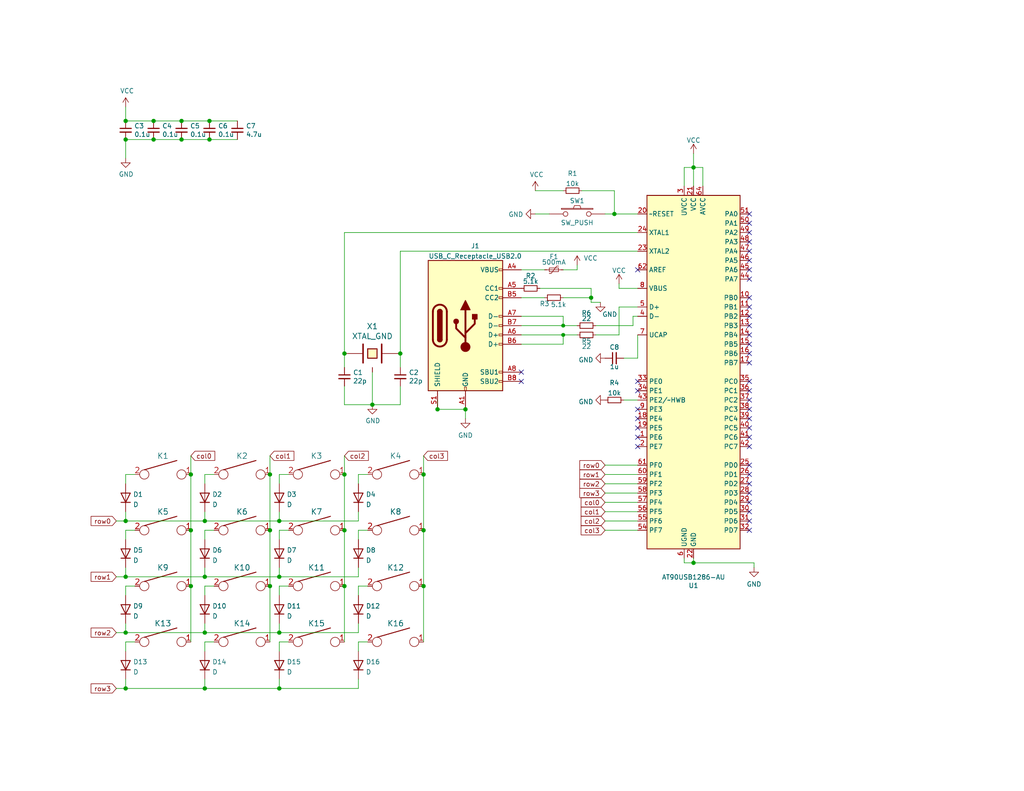
<source format=kicad_sch>
(kicad_sch (version 20210621) (generator eeschema)
  (paper "USLetter")
  (title_block (title "Mini-Keyboard MK II") (date "2021-09-01") (rev "B1"))
  (lib_symbols
    (symbol "Connector:USB_C_Receptacle_USB2.0" (pin_names (offset 1.016))
      (property "Reference" "J" (at -10.16 19.05 0))
      (property "Value" "USB_C_Receptacle_USB2.0" (at 19.05 19.05 0))
      (symbol "USB_C_Receptacle_USB2.0_0_0"
        (rectangle (start -0.254 -17.78) (end 0.254 -16.764))
        (rectangle (start 10.16 -14.986) (end 9.144 -15.494))
        (rectangle (start 10.16 -12.446) (end 9.144 -12.954))
        (rectangle (start 10.16 -4.826) (end 9.144 -5.334))
        (rectangle (start 10.16 -2.286) (end 9.144 -2.794))
        (rectangle (start 10.16 0.254) (end 9.144 -0.254))
        (rectangle (start 10.16 2.794) (end 9.144 2.286))
        (rectangle (start 10.16 7.874) (end 9.144 7.366))
        (rectangle (start 10.16 10.414) (end 9.144 9.906))
        (rectangle (start 10.16 15.494) (end 9.144 14.986))
      )
      (symbol "USB_C_Receptacle_USB2.0_0_1"
        (arc (start -8.89 -3.81) (end -5.08 -3.81) (radius (at -6.985 -3.81) (length 1.905) (angles -179.9 -0.1)) (stroke (width 0.508)))
        (arc (start -7.62 -3.81) (end -6.35 -3.81) (radius (at -6.985 -3.81) (length 0.635) (angles -179.9 -0.1)) (stroke (width 0.254)))
        (arc (start -6.35 3.81) (end -7.62 3.81) (radius (at -6.985 3.81) (length 0.635) (angles 0.1 179.9)) (stroke (width 0.254)))
        (arc (start -5.08 3.81) (end -8.89 3.81) (radius (at -6.985 3.81) (length 1.905) (angles 0.1 179.9)) (stroke (width 0.508)))
        (arc (start -7.62 -3.81) (end -6.35 -3.81) (radius (at -6.985 -3.81) (length 0.635) (angles -179.9 -0.1)) (stroke (width 0.254)) (fill (type outline)))
        (arc (start -6.35 3.81) (end -7.62 3.81) (radius (at -6.985 3.81) (length 0.635) (angles 0.1 179.9)) (stroke (width 0.254)) (fill (type outline)))
        (circle (center -2.54 1.143) (radius 0.635) (stroke (width 0.254)) (fill (type outline)))
        (circle (center 0 -5.842) (radius 1.27) (fill (type outline)))
        (rectangle (start -7.62 -3.81) (end -6.35 3.81) (stroke (width 0.254)) (fill (type outline)))
        (rectangle (start 1.905 1.778) (end 3.175 3.048) (stroke (width 0.254)) (fill (type outline)))
        (rectangle (start -10.16 17.78) (end 10.16 -17.78) (stroke (width 0.254)) (fill (type background)))
        (polyline (pts (xy -8.89 -3.81) (xy -8.89 3.81)) (stroke (width 0.508)))
        (polyline (pts (xy -5.08 3.81) (xy -5.08 -3.81)) (stroke (width 0.508)))
        (polyline (pts (xy 0 -5.842) (xy 0 4.318)) (stroke (width 0.508)))
        (polyline (pts (xy 0 -3.302) (xy -2.54 -0.762) (xy -2.54 0.508)) (stroke (width 0.508)))
        (polyline (pts (xy 0 -2.032) (xy 2.54 0.508) (xy 2.54 1.778)) (stroke (width 0.508)))
        (polyline (pts (xy -1.27 4.318) (xy 0 6.858) (xy 1.27 4.318) (xy -1.27 4.318)) (stroke (width 0.254)) (fill (type outline)))
      )
      (symbol "USB_C_Receptacle_USB2.0_1_1"
        (pin passive line (at 0 -22.86 90) (length 5.08) (name "GND") (number "A1"))
        (pin passive line (at 0 -22.86 90) (length 5.08) hide (name "GND") (number "A12"))
        (pin passive line (at 15.24 15.24 180) (length 5.08) (name "VBUS") (number "A4"))
        (pin bidirectional line (at 15.24 10.16 180) (length 5.08) (name "CC1") (number "A5"))
        (pin bidirectional line (at 15.24 -2.54 180) (length 5.08) (name "D+") (number "A6"))
        (pin bidirectional line (at 15.24 2.54 180) (length 5.08) (name "D-") (number "A7"))
        (pin bidirectional line (at 15.24 -12.7 180) (length 5.08) (name "SBU1") (number "A8"))
        (pin passive line (at 15.24 15.24 180) (length 5.08) hide (name "VBUS") (number "A9"))
        (pin passive line (at 0 -22.86 90) (length 5.08) hide (name "GND") (number "B1"))
        (pin passive line (at 0 -22.86 90) (length 5.08) hide (name "GND") (number "B12"))
        (pin passive line (at 15.24 15.24 180) (length 5.08) hide (name "VBUS") (number "B4"))
        (pin bidirectional line (at 15.24 7.62 180) (length 5.08) (name "CC2") (number "B5"))
        (pin bidirectional line (at 15.24 -5.08 180) (length 5.08) (name "D+") (number "B6"))
        (pin bidirectional line (at 15.24 0 180) (length 5.08) (name "D-") (number "B7"))
        (pin bidirectional line (at 15.24 -15.24 180) (length 5.08) (name "SBU2") (number "B8"))
        (pin passive line (at 15.24 15.24 180) (length 5.08) hide (name "VBUS") (number "B9"))
        (pin passive line (at -7.62 -22.86 90) (length 5.08) (name "SHIELD") (number "S1"))
      )
    )
    (symbol "Device:C_Small" (pin_numbers hide) (pin_names (offset 0.254) hide)
      (property "Reference" "C" (at 0.254 1.778 0))
      (property "Value" "C_Small" (at 0.254 -2.032 0))
      (symbol "C_Small_0_1"
        (polyline (pts (xy -1.524 -0.508) (xy 1.524 -0.508)) (stroke (width 0.3302)))
        (polyline (pts (xy -1.524 0.508) (xy 1.524 0.508)) (stroke (width 0.3048)))
      )
      (symbol "C_Small_1_1"
        (pin passive line (at 0 2.54 270) (length 2.032) (name "~") (number "1"))
        (pin passive line (at 0 -2.54 90) (length 2.032) (name "~") (number "2"))
      )
    )
    (symbol "Device:D" (pin_numbers hide) (pin_names (offset 1.016) hide)
      (property "Reference" "D" (at 0 2.54 0))
      (property "Value" "D" (at 0 -2.54 0))
      (symbol "D_0_1"
        (polyline (pts (xy -1.27 1.27) (xy -1.27 -1.27)) (stroke (width 0.254)))
        (polyline (pts (xy 1.27 0) (xy -1.27 0)))
        (polyline (pts (xy 1.27 1.27) (xy 1.27 -1.27) (xy -1.27 0) (xy 1.27 1.27)) (stroke (width 0.254)))
      )
      (symbol "D_1_1"
        (pin passive line (at -3.81 0 0) (length 2.54) (name "K") (number "1"))
        (pin passive line (at 3.81 0 180) (length 2.54) (name "A") (number "2"))
      )
    )
    (symbol "Device:Polyfuse_Small" (pin_numbers hide) (pin_names (offset 0))
      (property "Reference" "F" (at -1.905 0 90))
      (property "Value" "Polyfuse_Small" (at 1.905 0 90))
      (symbol "Polyfuse_Small_0_1"
        (rectangle (start -0.508 1.27) (end 0.508 -1.27))
        (polyline (pts (xy 0 2.54) (xy 0 -2.54)))
        (polyline (pts (xy -1.016 1.27) (xy -1.016 0.762) (xy 1.016 -0.762) (xy 1.016 -1.27)))
      )
      (symbol "Polyfuse_Small_1_1"
        (pin passive line (at 0 2.54 270) (length 0.635) (name "~") (number "1"))
        (pin passive line (at 0 -2.54 90) (length 0.635) (name "~") (number "2"))
      )
    )
    (symbol "Device:R_Small" (pin_numbers hide) (pin_names (offset 0.254) hide)
      (property "Reference" "R" (at 0.762 0.508 0))
      (property "Value" "R_Small" (at 0.762 -1.016 0))
      (symbol "R_Small_0_1"
        (rectangle (start -0.762 1.778) (end 0.762 -1.778) (stroke (width 0.2032)))
      )
      (symbol "R_Small_1_1"
        (pin passive line (at 0 2.54 270) (length 0.762) (name "~") (number "1"))
        (pin passive line (at 0 -2.54 90) (length 0.762) (name "~") (number "2"))
      )
    )
    (symbol "MCU_Microchip_AVR:AT90USB1286-AU"
      (property "Reference" "U" (at -12.7 49.53 0))
      (property "Value" "AT90USB1286-AU" (at 2.54 -49.53 0))
      (symbol "AT90USB1286-AU_0_1"
        (rectangle (start -12.7 -48.26) (end 12.7 48.26) (stroke (width 0.254)) (fill (type background)))
      )
      (symbol "AT90USB1286-AU_1_1"
        (pin bidirectional line (at -15.24 -17.78 0) (length 2.54) (name "PE6") (number "1"))
        (pin bidirectional line (at 15.24 20.32 180) (length 2.54) (name "PB0") (number "10"))
        (pin bidirectional line (at 15.24 17.78 180) (length 2.54) (name "PB1") (number "11"))
        (pin bidirectional line (at 15.24 15.24 180) (length 2.54) (name "PB2") (number "12"))
        (pin bidirectional line (at 15.24 12.7 180) (length 2.54) (name "PB3") (number "13"))
        (pin bidirectional line (at 15.24 10.16 180) (length 2.54) (name "PB4") (number "14"))
        (pin bidirectional line (at 15.24 7.62 180) (length 2.54) (name "PB5") (number "15"))
        (pin bidirectional line (at 15.24 5.08 180) (length 2.54) (name "PB6") (number "16"))
        (pin bidirectional line (at 15.24 2.54 180) (length 2.54) (name "PB7") (number "17"))
        (pin bidirectional line (at -15.24 -12.7 0) (length 2.54) (name "PE4") (number "18"))
        (pin bidirectional line (at -15.24 -15.24 0) (length 2.54) (name "PE5") (number "19"))
        (pin bidirectional line (at -15.24 -20.32 0) (length 2.54) (name "PE7") (number "2"))
        (pin input line (at -15.24 43.18 0) (length 2.54) (name "~RESET") (number "20"))
        (pin power_in line (at 0 50.8 270) (length 2.54) (name "VCC") (number "21"))
        (pin power_in line (at 0 -50.8 90) (length 2.54) (name "GND") (number "22"))
        (pin output line (at -15.24 33.02 0) (length 2.54) (name "XTAL2") (number "23"))
        (pin input line (at -15.24 38.1 0) (length 2.54) (name "XTAL1") (number "24"))
        (pin bidirectional line (at 15.24 -25.4 180) (length 2.54) (name "PD0") (number "25"))
        (pin bidirectional line (at 15.24 -27.94 180) (length 2.54) (name "PD1") (number "26"))
        (pin bidirectional line (at 15.24 -30.48 180) (length 2.54) (name "PD2") (number "27"))
        (pin bidirectional line (at 15.24 -33.02 180) (length 2.54) (name "PD3") (number "28"))
        (pin bidirectional line (at 15.24 -35.56 180) (length 2.54) (name "PD4") (number "29"))
        (pin power_in line (at -2.54 50.8 270) (length 2.54) (name "UVCC") (number "3"))
        (pin bidirectional line (at 15.24 -38.1 180) (length 2.54) (name "PD5") (number "30"))
        (pin bidirectional line (at 15.24 -40.64 180) (length 2.54) (name "PD6") (number "31"))
        (pin bidirectional line (at 15.24 -43.18 180) (length 2.54) (name "PD7") (number "32"))
        (pin bidirectional line (at -15.24 -2.54 0) (length 2.54) (name "PE0") (number "33"))
        (pin bidirectional line (at -15.24 -5.08 0) (length 2.54) (name "PE1") (number "34"))
        (pin bidirectional line (at 15.24 -2.54 180) (length 2.54) (name "PC0") (number "35"))
        (pin bidirectional line (at 15.24 -5.08 180) (length 2.54) (name "PC1") (number "36"))
        (pin bidirectional line (at 15.24 -7.62 180) (length 2.54) (name "PC2") (number "37"))
        (pin bidirectional line (at 15.24 -10.16 180) (length 2.54) (name "PC3") (number "38"))
        (pin bidirectional line (at 15.24 -12.7 180) (length 2.54) (name "PC4") (number "39"))
        (pin bidirectional line (at -15.24 15.24 0) (length 2.54) (name "D-") (number "4"))
        (pin bidirectional line (at 15.24 -15.24 180) (length 2.54) (name "PC5") (number "40"))
        (pin bidirectional line (at 15.24 -17.78 180) (length 2.54) (name "PC6") (number "41"))
        (pin bidirectional line (at 15.24 -20.32 180) (length 2.54) (name "PC7") (number "42"))
        (pin bidirectional line (at -15.24 -7.62 0) (length 2.54) (name "PE2/~HWB") (number "43"))
        (pin bidirectional line (at 15.24 25.4 180) (length 2.54) (name "PA7") (number "44"))
        (pin bidirectional line (at 15.24 27.94 180) (length 2.54) (name "PA6") (number "45"))
        (pin bidirectional line (at 15.24 30.48 180) (length 2.54) (name "PA5") (number "46"))
        (pin bidirectional line (at 15.24 33.02 180) (length 2.54) (name "PA4") (number "47"))
        (pin bidirectional line (at 15.24 35.56 180) (length 2.54) (name "PA3") (number "48"))
        (pin bidirectional line (at 15.24 38.1 180) (length 2.54) (name "PA2") (number "49"))
        (pin bidirectional line (at -15.24 17.78 0) (length 2.54) (name "D+") (number "5"))
        (pin bidirectional line (at 15.24 40.64 180) (length 2.54) (name "PA1") (number "50"))
        (pin bidirectional line (at 15.24 43.18 180) (length 2.54) (name "PA0") (number "51"))
        (pin passive line (at 0 50.8 270) (length 2.54) hide (name "VCC") (number "52"))
        (pin passive line (at 0 -50.8 90) (length 2.54) hide (name "GND") (number "53"))
        (pin bidirectional line (at -15.24 -43.18 0) (length 2.54) (name "PF7") (number "54"))
        (pin bidirectional line (at -15.24 -40.64 0) (length 2.54) (name "PF6") (number "55"))
        (pin bidirectional line (at -15.24 -38.1 0) (length 2.54) (name "PF5") (number "56"))
        (pin bidirectional line (at -15.24 -35.56 0) (length 2.54) (name "PF4") (number "57"))
        (pin bidirectional line (at -15.24 -33.02 0) (length 2.54) (name "PF3") (number "58"))
        (pin bidirectional line (at -15.24 -30.48 0) (length 2.54) (name "PF2") (number "59"))
        (pin power_in line (at -2.54 -50.8 90) (length 2.54) (name "UGND") (number "6"))
        (pin bidirectional line (at -15.24 -27.94 0) (length 2.54) (name "PF1") (number "60"))
        (pin bidirectional line (at -15.24 -25.4 0) (length 2.54) (name "PF0") (number "61"))
        (pin passive line (at -15.24 27.94 0) (length 2.54) (name "AREF") (number "62"))
        (pin passive line (at 0 -50.8 90) (length 2.54) hide (name "GND") (number "63"))
        (pin power_in line (at 2.54 50.8 270) (length 2.54) (name "AVCC") (number "64"))
        (pin passive line (at -15.24 10.16 0) (length 2.54) (name "UCAP") (number "7"))
        (pin input line (at -15.24 22.86 0) (length 2.54) (name "VBUS") (number "8"))
        (pin bidirectional line (at -15.24 -10.16 0) (length 2.54) (name "PE3") (number "9"))
      )
    )
    (symbol "keyboard_parts:KEYSW" (pin_names (offset 1.016))
      (property "Reference" "K?" (at -1.27 0 0))
      (symbol "KEYSW_0_1"
        (circle (center -5.08 0) (radius 1.27))
        (circle (center 5.08 0) (radius 1.27))
        (polyline (pts (xy -5.08 1.27) (xy 3.81 3.81)) (stroke (width 0.254)))
      )
      (symbol "KEYSW_1_1"
        (pin passive line (at 7.62 0 180) (length 1.27) (name "~") (number "1"))
        (pin passive line (at -7.62 0 0) (length 1.27) (name "~") (number "2"))
      )
    )
    (symbol "keyboard_parts:SW_PUSH" (pin_numbers hide) (pin_names (offset 1.016) hide)
      (property "Reference" "SW" (at 3.81 2.794 0))
      (property "Value" "SW_PUSH" (at 0 -2.032 0))
      (symbol "SW_PUSH_0_1"
        (rectangle (start -4.318 1.27) (end 4.318 1.524))
        (polyline (pts (xy -1.016 1.524) (xy -0.762 2.286) (xy 0.762 2.286) (xy 1.016 1.524)))
        (pin passive inverted (at -7.62 0 0) (length 5.08) (name "1") (number "1"))
        (pin passive inverted (at 7.62 0 180) (length 5.08) (name "2") (number "2"))
      )
    )
    (symbol "keyboard_parts:XTAL_GND" (pin_numbers hide) (pin_names (offset 1.016) hide)
      (property "Reference" "X" (at 0 3.81 0))
      (property "Value" "XTAL_GND" (at 0 -3.81 0))
      (symbol "XTAL_GND_0_1"
        (polyline (pts (xy -2.54 2.54) (xy -2.54 -2.54)) (stroke (width 0.4064)))
        (polyline (pts (xy 2.54 2.54) (xy 2.54 -2.54)) (stroke (width 0.4064)))
        (polyline (pts (xy -1.27 1.27) (xy 1.27 1.27) (xy 1.27 -1.27) (xy -1.27 -1.27) (xy -1.27 1.27)) (stroke (width 0.3048)) (fill (type background)))
      )
      (symbol "XTAL_GND_1_1"
        (pin passive line (at -7.62 0 0) (length 5.08) (name "1") (number "1"))
        (pin passive line (at 7.62 0 180) (length 5.08) (name "2") (number "2"))
        (pin passive line (at 0 -5.08 90) (length 1.27) (name "~") (number "3"))
      )
    )
    (symbol "power:GND" (power) (pin_names (offset 0))
      (property "Value" "GND" (at 0 -3.81 0))
      (symbol "GND_0_1"
        (polyline (pts (xy 0 0) (xy 0 -1.27) (xy 1.27 -1.27) (xy 0 -2.54) (xy -1.27 -1.27) (xy 0 -1.27)))
      )
      (symbol "GND_1_1"
        (pin power_in line (at 0 0 270) (length 0) hide (name "GND") (number "1"))
      )
    )
    (symbol "power:VCC" (power) (pin_names (offset 0))
      (property "Value" "VCC" (at 0 3.81 0))
      (symbol "VCC_0_1"
        (polyline (pts (xy -0.762 1.27) (xy 0 2.54)))
        (polyline (pts (xy 0 0) (xy 0 2.54)))
        (polyline (pts (xy 0 2.54) (xy 0.762 1.27)))
      )
      (symbol "VCC_1_1"
        (pin power_in line (at 0 0 90) (length 0) hide (name "VCC") (number "1"))
      )
    )
  )
  (junction (at 34.29 33.02) (diameter 1.016))
  (junction (at 34.29 38.1) (diameter 1.016))
  (junction (at 34.29 142.24) (diameter 1.016))
  (junction (at 34.29 157.48) (diameter 1.016))
  (junction (at 34.29 172.72) (diameter 1.016))
  (junction (at 34.29 187.96) (diameter 1.016))
  (junction (at 41.91 33.02) (diameter 1.016))
  (junction (at 41.91 38.1) (diameter 1.016))
  (junction (at 49.53 33.02) (diameter 1.016))
  (junction (at 49.53 38.1) (diameter 1.016))
  (junction (at 52.07 129.54) (diameter 1.016))
  (junction (at 52.07 144.78) (diameter 1.016))
  (junction (at 52.07 160.02) (diameter 1.016))
  (junction (at 55.88 142.24) (diameter 1.016))
  (junction (at 55.88 157.48) (diameter 1.016))
  (junction (at 55.88 172.72) (diameter 1.016))
  (junction (at 55.88 187.96) (diameter 1.016))
  (junction (at 57.15 33.02) (diameter 1.016))
  (junction (at 57.15 38.1) (diameter 1.016))
  (junction (at 73.66 129.54) (diameter 1.016))
  (junction (at 73.66 144.78) (diameter 1.016))
  (junction (at 73.66 160.02) (diameter 1.016))
  (junction (at 76.2 142.24) (diameter 1.016))
  (junction (at 76.2 157.48) (diameter 1.016))
  (junction (at 76.2 172.72) (diameter 1.016))
  (junction (at 76.2 187.96) (diameter 1.016))
  (junction (at 93.98 96.52) (diameter 1.016))
  (junction (at 93.98 129.54) (diameter 1.016))
  (junction (at 93.98 144.78) (diameter 1.016))
  (junction (at 93.98 160.02) (diameter 1.016))
  (junction (at 101.6 110.49) (diameter 1.016))
  (junction (at 109.22 96.52) (diameter 1.016))
  (junction (at 115.57 129.54) (diameter 1.016))
  (junction (at 115.57 144.78) (diameter 1.016))
  (junction (at 115.57 160.02) (diameter 1.016))
  (junction (at 119.38 111.76) (diameter 1.016))
  (junction (at 127 111.76) (diameter 1.016))
  (junction (at 153.67 88.9))
  (junction (at 153.67 91.44))
  (junction (at 161.29 81.28) (diameter 1.016))
  (junction (at 167.64 58.42) (diameter 1.016))
  (junction (at 189.23 45.72) (diameter 1.016))
  (junction (at 189.23 153.67) (diameter 1.016))
  (no_connect (at 142.24 101.6))
  (no_connect (at 142.24 104.14))
  (no_connect (at 173.99 73.66))
  (no_connect (at 173.99 104.14))
  (no_connect (at 173.99 106.68))
  (no_connect (at 173.99 111.76))
  (no_connect (at 173.99 114.3))
  (no_connect (at 173.99 116.84))
  (no_connect (at 173.99 119.38))
  (no_connect (at 173.99 121.92))
  (no_connect (at 204.47 58.42))
  (no_connect (at 204.47 60.96))
  (no_connect (at 204.47 63.5))
  (no_connect (at 204.47 66.04))
  (no_connect (at 204.47 68.58))
  (no_connect (at 204.47 71.12))
  (no_connect (at 204.47 73.66))
  (no_connect (at 204.47 76.2))
  (no_connect (at 204.47 81.28))
  (no_connect (at 204.47 83.82))
  (no_connect (at 204.47 86.36))
  (no_connect (at 204.47 88.9))
  (no_connect (at 204.47 91.44))
  (no_connect (at 204.47 93.98))
  (no_connect (at 204.47 96.52))
  (no_connect (at 204.47 99.06))
  (no_connect (at 204.47 104.14))
  (no_connect (at 204.47 106.68))
  (no_connect (at 204.47 109.22))
  (no_connect (at 204.47 111.76))
  (no_connect (at 204.47 114.3))
  (no_connect (at 204.47 116.84))
  (no_connect (at 204.47 119.38))
  (no_connect (at 204.47 121.92))
  (no_connect (at 204.47 127))
  (no_connect (at 204.47 129.54))
  (no_connect (at 204.47 132.08))
  (no_connect (at 204.47 134.62))
  (no_connect (at 204.47 137.16))
  (no_connect (at 204.47 139.7))
  (no_connect (at 204.47 142.24))
  (no_connect (at 204.47 144.78))
  (wire (pts (xy 31.75 142.24) (xy 34.29 142.24)))
  (wire (pts (xy 31.75 157.48) (xy 34.29 157.48)))
  (wire (pts (xy 31.75 172.72) (xy 34.29 172.72)))
  (wire (pts (xy 31.75 187.96) (xy 34.29 187.96)))
  (wire (pts (xy 34.29 29.21) (xy 34.29 33.02)))
  (wire (pts (xy 34.29 33.02) (xy 41.91 33.02)))
  (wire (pts (xy 34.29 38.1) (xy 34.29 43.18)))
  (wire (pts (xy 34.29 129.54) (xy 34.29 132.08)))
  (wire (pts (xy 34.29 129.54) (xy 36.83 129.54)))
  (wire (pts (xy 34.29 139.7) (xy 34.29 142.24)))
  (wire (pts (xy 34.29 142.24) (xy 55.88 142.24)))
  (wire (pts (xy 34.29 144.78) (xy 34.29 147.32)))
  (wire (pts (xy 34.29 144.78) (xy 36.83 144.78)))
  (wire (pts (xy 34.29 154.94) (xy 34.29 157.48)))
  (wire (pts (xy 34.29 157.48) (xy 55.88 157.48)))
  (wire (pts (xy 34.29 160.02) (xy 34.29 162.56)))
  (wire (pts (xy 34.29 160.02) (xy 36.83 160.02)))
  (wire (pts (xy 34.29 170.18) (xy 34.29 172.72)))
  (wire (pts (xy 34.29 172.72) (xy 55.88 172.72)))
  (wire (pts (xy 34.29 175.26) (xy 34.29 177.8)))
  (wire (pts (xy 34.29 175.26) (xy 36.83 175.26)))
  (wire (pts (xy 34.29 185.42) (xy 34.29 187.96)))
  (wire (pts (xy 34.29 187.96) (xy 55.88 187.96)))
  (wire (pts (xy 41.91 33.02) (xy 49.53 33.02)))
  (wire (pts (xy 41.91 38.1) (xy 34.29 38.1)))
  (wire (pts (xy 49.53 33.02) (xy 57.15 33.02)))
  (wire (pts (xy 49.53 38.1) (xy 41.91 38.1)))
  (wire (pts (xy 52.07 124.46) (xy 52.07 129.54)))
  (wire (pts (xy 52.07 129.54) (xy 52.07 144.78)))
  (wire (pts (xy 52.07 144.78) (xy 52.07 160.02)))
  (wire (pts (xy 52.07 160.02) (xy 52.07 175.26)))
  (wire (pts (xy 55.88 129.54) (xy 55.88 132.08)))
  (wire (pts (xy 55.88 139.7) (xy 55.88 142.24)))
  (wire (pts (xy 55.88 142.24) (xy 76.2 142.24)))
  (wire (pts (xy 55.88 144.78) (xy 55.88 147.32)))
  (wire (pts (xy 55.88 154.94) (xy 55.88 157.48)))
  (wire (pts (xy 55.88 157.48) (xy 76.2 157.48)))
  (wire (pts (xy 55.88 160.02) (xy 55.88 162.56)))
  (wire (pts (xy 55.88 170.18) (xy 55.88 172.72)))
  (wire (pts (xy 55.88 172.72) (xy 76.2 172.72)))
  (wire (pts (xy 55.88 175.26) (xy 55.88 177.8)))
  (wire (pts (xy 55.88 185.42) (xy 55.88 187.96)))
  (wire (pts (xy 55.88 187.96) (xy 76.2 187.96)))
  (wire (pts (xy 57.15 38.1) (xy 49.53 38.1)))
  (wire (pts (xy 58.42 129.54) (xy 55.88 129.54)))
  (wire (pts (xy 58.42 144.78) (xy 55.88 144.78)))
  (wire (pts (xy 58.42 160.02) (xy 55.88 160.02)))
  (wire (pts (xy 58.42 175.26) (xy 55.88 175.26)))
  (wire (pts (xy 64.77 33.02) (xy 57.15 33.02)))
  (wire (pts (xy 64.77 38.1) (xy 57.15 38.1)))
  (wire (pts (xy 73.66 124.46) (xy 73.66 129.54)))
  (wire (pts (xy 73.66 129.54) (xy 73.66 144.78)))
  (wire (pts (xy 73.66 144.78) (xy 73.66 160.02)))
  (wire (pts (xy 73.66 160.02) (xy 73.66 175.26)))
  (wire (pts (xy 76.2 129.54) (xy 76.2 132.08)))
  (wire (pts (xy 76.2 129.54) (xy 78.74 129.54)))
  (wire (pts (xy 76.2 139.7) (xy 76.2 142.24)))
  (wire (pts (xy 76.2 142.24) (xy 97.79 142.24)))
  (wire (pts (xy 76.2 144.78) (xy 76.2 147.32)))
  (wire (pts (xy 76.2 144.78) (xy 78.74 144.78)))
  (wire (pts (xy 76.2 154.94) (xy 76.2 157.48)))
  (wire (pts (xy 76.2 157.48) (xy 97.79 157.48)))
  (wire (pts (xy 76.2 160.02) (xy 76.2 162.56)))
  (wire (pts (xy 76.2 160.02) (xy 78.74 160.02)))
  (wire (pts (xy 76.2 170.18) (xy 76.2 172.72)))
  (wire (pts (xy 76.2 172.72) (xy 97.79 172.72)))
  (wire (pts (xy 76.2 175.26) (xy 76.2 177.8)))
  (wire (pts (xy 76.2 175.26) (xy 78.74 175.26)))
  (wire (pts (xy 76.2 185.42) (xy 76.2 187.96)))
  (wire (pts (xy 76.2 187.96) (xy 97.79 187.96)))
  (wire (pts (xy 93.98 63.5) (xy 93.98 96.52)))
  (wire (pts (xy 93.98 100.33) (xy 93.98 96.52)))
  (wire (pts (xy 93.98 105.41) (xy 93.98 110.49)))
  (wire (pts (xy 93.98 110.49) (xy 101.6 110.49)))
  (wire (pts (xy 93.98 124.46) (xy 93.98 129.54)))
  (wire (pts (xy 93.98 129.54) (xy 93.98 144.78)))
  (wire (pts (xy 93.98 144.78) (xy 93.98 160.02)))
  (wire (pts (xy 93.98 160.02) (xy 93.98 175.26)))
  (wire (pts (xy 97.79 129.54) (xy 97.79 132.08)))
  (wire (pts (xy 97.79 139.7) (xy 97.79 142.24)))
  (wire (pts (xy 97.79 144.78) (xy 97.79 147.32)))
  (wire (pts (xy 97.79 154.94) (xy 97.79 157.48)))
  (wire (pts (xy 97.79 160.02) (xy 97.79 162.56)))
  (wire (pts (xy 97.79 170.18) (xy 97.79 172.72)))
  (wire (pts (xy 97.79 175.26) (xy 97.79 177.8)))
  (wire (pts (xy 97.79 185.42) (xy 97.79 187.96)))
  (wire (pts (xy 100.33 129.54) (xy 97.79 129.54)))
  (wire (pts (xy 100.33 144.78) (xy 97.79 144.78)))
  (wire (pts (xy 100.33 160.02) (xy 97.79 160.02)))
  (wire (pts (xy 100.33 175.26) (xy 97.79 175.26)))
  (wire (pts (xy 101.6 110.49) (xy 101.6 101.6)))
  (wire (pts (xy 109.22 68.58) (xy 109.22 96.52)))
  (wire (pts (xy 109.22 68.58) (xy 173.99 68.58)))
  (wire (pts (xy 109.22 96.52) (xy 109.22 100.33)))
  (wire (pts (xy 109.22 105.41) (xy 109.22 110.49)))
  (wire (pts (xy 109.22 110.49) (xy 101.6 110.49)))
  (wire (pts (xy 115.57 124.46) (xy 115.57 129.54)))
  (wire (pts (xy 115.57 129.54) (xy 115.57 144.78)))
  (wire (pts (xy 115.57 144.78) (xy 115.57 160.02)))
  (wire (pts (xy 115.57 160.02) (xy 115.57 175.26)))
  (wire (pts (xy 119.38 109.22) (xy 119.38 111.76)))
  (wire (pts (xy 119.38 111.76) (xy 127 111.76)))
  (wire (pts (xy 127 111.76) (xy 127 114.3)))
  (wire (pts (xy 142.24 81.28) (xy 148.59 81.28)))
  (wire (pts (xy 142.24 86.36) (xy 153.67 86.36)))
  (wire (pts (xy 142.24 88.9) (xy 153.67 88.9)))
  (wire (pts (xy 142.24 91.44) (xy 153.67 91.44)))
  (wire (pts (xy 142.24 93.98) (xy 153.67 93.98)))
  (wire (pts (xy 146.05 52.07) (xy 153.67 52.07)))
  (wire (pts (xy 146.05 58.42) (xy 149.86 58.42)))
  (wire (pts (xy 147.32 78.74) (xy 161.29 78.74)))
  (wire (pts (xy 148.59 73.66) (xy 142.24 73.66)))
  (wire (pts (xy 153.67 73.66) (xy 157.48 73.66)))
  (wire (pts (xy 153.67 81.28) (xy 161.29 81.28)))
  (wire (pts (xy 153.67 86.36) (xy 153.67 88.9)))
  (wire (pts (xy 153.67 91.44) (xy 153.67 93.98)))
  (wire (pts (xy 153.67 91.44) (xy 157.48 91.44)))
  (wire (pts (xy 157.48 73.66) (xy 157.48 72.39)))
  (wire (pts (xy 157.48 88.9) (xy 153.67 88.9)))
  (wire (pts (xy 158.75 52.07) (xy 167.64 52.07)))
  (wire (pts (xy 161.29 78.74) (xy 161.29 81.28)))
  (wire (pts (xy 161.29 81.28) (xy 161.29 82.55)))
  (wire (pts (xy 161.29 82.55) (xy 163.83 82.55)))
  (wire (pts (xy 162.56 88.9) (xy 172.72 88.9)))
  (wire (pts (xy 165.1 127) (xy 173.99 127)))
  (wire (pts (xy 165.1 129.54) (xy 173.99 129.54)))
  (wire (pts (xy 165.1 132.08) (xy 173.99 132.08)))
  (wire (pts (xy 165.1 134.62) (xy 173.99 134.62)))
  (wire (pts (xy 165.1 137.16) (xy 173.99 137.16)))
  (wire (pts (xy 165.1 139.7) (xy 173.99 139.7)))
  (wire (pts (xy 165.1 142.24) (xy 173.99 142.24)))
  (wire (pts (xy 165.1 144.78) (xy 173.99 144.78)))
  (wire (pts (xy 167.64 52.07) (xy 167.64 58.42)))
  (wire (pts (xy 167.64 58.42) (xy 165.1 58.42)))
  (wire (pts (xy 167.64 58.42) (xy 173.99 58.42)))
  (wire (pts (xy 168.91 78.74) (xy 168.91 77.47)))
  (wire (pts (xy 168.91 83.82) (xy 168.91 91.44)))
  (wire (pts (xy 168.91 83.82) (xy 173.99 83.82)))
  (wire (pts (xy 168.91 91.44) (xy 162.56 91.44)))
  (wire (pts (xy 170.18 109.22) (xy 173.99 109.22)))
  (wire (pts (xy 172.72 86.36) (xy 173.99 86.36)))
  (wire (pts (xy 172.72 88.9) (xy 172.72 86.36)))
  (wire (pts (xy 173.99 63.5) (xy 93.98 63.5)))
  (wire (pts (xy 173.99 78.74) (xy 168.91 78.74)))
  (wire (pts (xy 173.99 91.44) (xy 173.99 97.79)))
  (wire (pts (xy 173.99 97.79) (xy 170.18 97.79)))
  (wire (pts (xy 186.69 45.72) (xy 189.23 45.72)))
  (wire (pts (xy 186.69 50.8) (xy 186.69 45.72)))
  (wire (pts (xy 186.69 152.4) (xy 186.69 153.67)))
  (wire (pts (xy 186.69 153.67) (xy 189.23 153.67)))
  (wire (pts (xy 189.23 41.91) (xy 189.23 45.72)))
  (wire (pts (xy 189.23 45.72) (xy 189.23 50.8)))
  (wire (pts (xy 189.23 152.4) (xy 189.23 153.67)))
  (wire (pts (xy 189.23 153.67) (xy 205.74 153.67)))
  (wire (pts (xy 191.77 45.72) (xy 189.23 45.72)))
  (wire (pts (xy 191.77 50.8) (xy 191.77 45.72)))
  (wire (pts (xy 205.74 153.67) (xy 205.74 154.94)))
  (global_label "row0" (shape input) (at 31.75 142.24 180) (property "Intersheet References" "${INTERSHEET_REFS}" (effects hide)))
  (global_label "row1" (shape input) (at 31.75 157.48 180) (property "Intersheet References" "${INTERSHEET_REFS}" (effects hide)))
  (global_label "row2" (shape input) (at 31.75 172.72 180) (property "Intersheet References" "${INTERSHEET_REFS}" (effects hide)))
  (global_label "row3" (shape input) (at 31.75 187.96 180) (property "Intersheet References" "${INTERSHEET_REFS}" (effects hide)))
  (global_label "col0" (shape input) (at 52.07 124.46 0) (property "Intersheet References" "${INTERSHEET_REFS}" (effects hide)))
  (global_label "col1" (shape input) (at 73.66 124.46 0) (property "Intersheet References" "${INTERSHEET_REFS}" (effects hide)))
  (global_label "col2" (shape input) (at 93.98 124.46 0) (property "Intersheet References" "${INTERSHEET_REFS}" (effects hide)))
  (global_label "col3" (shape input) (at 115.57 124.46 0) (property "Intersheet References" "${INTERSHEET_REFS}" (effects hide)))
  (global_label "row0" (shape input) (at 165.1 127 180) (property "Intersheet References" "${INTERSHEET_REFS}" (effects hide)))
  (global_label "row1" (shape input) (at 165.1 129.54 180) (property "Intersheet References" "${INTERSHEET_REFS}" (effects hide)))
  (global_label "row2" (shape input) (at 165.1 132.08 180) (property "Intersheet References" "${INTERSHEET_REFS}" (effects hide)))
  (global_label "row3" (shape input) (at 165.1 134.62 180) (property "Intersheet References" "${INTERSHEET_REFS}" (effects hide)))
  (global_label "col0" (shape input) (at 165.1 137.16 180) (property "Intersheet References" "${INTERSHEET_REFS}" (effects hide)))
  (global_label "col1" (shape input) (at 165.1 139.7 180) (property "Intersheet References" "${INTERSHEET_REFS}" (effects hide)))
  (global_label "col2" (shape input) (at 165.1 142.24 180) (property "Intersheet References" "${INTERSHEET_REFS}" (effects hide)))
  (global_label "col3" (shape input) (at 165.1 144.78 180) (property "Intersheet References" "${INTERSHEET_REFS}" (effects hide)))
  (symbol (lib_id "power:VCC") (at 34.29 29.21 0) (unit 1)
    (property "Reference" "#PWR0113" (effects hide))
    (property "Value" "VCC" (at 34.671 24.8158 0))
  )
  (symbol (lib_id "power:VCC") (at 146.05 52.07 0) (unit 1)
    (property "Reference" "#PWR0108" (effects hide))
    (property "Value" "VCC" (at 146.431 47.6758 0))
  )
  (symbol (lib_id "power:VCC") (at 157.48 72.39 0) (unit 1)
    (property "Reference" "#PWR0102" (effects hide))
    (property "Value" "VCC" (at 159.229 70.4849 0) (effects (justify left)))
  )
  (symbol (lib_id "power:VCC") (at 168.91 77.47 0) (unit 1)
    (property "Reference" "#PWR0103" (effects hide))
    (property "Value" "VCC" (at 168.91 73.8654 0))
  )
  (symbol (lib_id "power:VCC") (at 189.23 41.91 0) (unit 1)
    (property "Reference" "#PWR0107" (effects hide))
    (property "Value" "VCC" (at 189.23 38.3054 0))
  )
  (symbol (lib_id "power:GND") (at 34.29 43.18 0) (unit 1)
    (property "Reference" "#PWR0112" (effects hide))
    (property "Value" "GND" (at 34.417 47.5742 0))
  )
  (symbol (lib_id "power:GND") (at 101.6 110.49 0) (unit 1)
    (property "Reference" "#PWR0110" (effects hide))
    (property "Value" "GND" (at 101.727 114.8842 0))
  )
  (symbol (lib_id "power:GND") (at 127 114.3 0) (unit 1)
    (property "Reference" "#PWR0104" (effects hide))
    (property "Value" "GND" (at 127 118.8626 0))
  )
  (symbol (lib_id "power:GND") (at 146.05 58.42 270) (unit 1)
    (property "Reference" "#PWR0111" (effects hide))
    (property "Value" "GND" (at 142.7988 58.547 90) (effects (justify right)))
  )
  (symbol (lib_id "power:GND") (at 163.83 82.55 0) (unit 1)
    (property "Reference" "#PWR0101" (effects hide))
    (property "Value" "GND" (at 166.37 85.8426 0))
  )
  (symbol (lib_id "power:GND") (at 165.1 97.79 270) (unit 1)
    (property "Reference" "#PWR0105" (effects hide))
    (property "Value" "GND" (at 161.925 98.269 90) (effects (justify right)))
  )
  (symbol (lib_id "power:GND") (at 165.1 109.22 270) (unit 1)
    (property "Reference" "#PWR0106" (effects hide))
    (property "Value" "GND" (at 161.925 109.699 90) (effects (justify right)))
  )
  (symbol (lib_id "power:GND") (at 205.74 154.94 0) (unit 1)
    (property "Reference" "#PWR0109" (effects hide))
    (property "Value" "GND" (at 205.74 159.5026 0))
  )
  (symbol (lib_id "Device:R_Small") (at 144.78 78.74 90) (unit 1)
    (property "Reference" "R2" (at 144.78 75.3068 90))
    (property "Value" "5.1k" (at 144.78 76.8119 90))
    (property "Footprint" "Resistor_SMD:R_0805_2012Metric" (effects hide))
  )
  (symbol (lib_id "Device:R_Small") (at 151.13 81.28 90) (unit 1)
    (property "Reference" "R3" (at 148.59 82.9268 90))
    (property "Value" "5.1k" (at 152.4 83.1619 90))
    (property "Footprint" "Resistor_SMD:R_0805_2012Metric" (effects hide))
  )
  (symbol (lib_id "Device:R_Small") (at 156.21 52.07 90) (unit 1)
    (property "Reference" "R1" (at 156.21 47.3668 90))
    (property "Value" "10k" (at 156.21 50.1419 90))
    (property "Footprint" "Resistor_SMD:R_0805_2012Metric" (effects hide))
  )
  (symbol (lib_id "Device:R_Small") (at 160.02 88.9 90) (unit 1)
    (property "Reference" "R6" (at 160.02 85.4668 90))
    (property "Value" "22" (at 160.02 86.9719 90))
    (property "Footprint" "Resistor_SMD:R_0805_2012Metric" (effects hide))
  )
  (symbol (lib_id "Device:R_Small") (at 160.02 91.44 90) (unit 1)
    (property "Reference" "R5" (at 160.02 93.0868 90))
    (property "Value" "22" (at 160.02 94.5919 90))
    (property "Footprint" "Resistor_SMD:R_0805_2012Metric" (effects hide))
  )
  (symbol (lib_id "Device:R_Small") (at 167.64 109.22 90) (unit 1)
    (property "Reference" "R4" (at 167.64 104.5168 90))
    (property "Value" "10k" (at 167.64 107.2919 90))
    (property "Footprint" "Resistor_SMD:R_0805_2012Metric" (effects hide))
  )
  (symbol (lib_id "Device:Polyfuse_Small") (at 151.13 73.66 90) (unit 1)
    (property "Reference" "F1" (at 151.13 70.0744 90))
    (property "Value" "500mA" (at 151.13 71.5795 90))
    (property "Footprint" "keyboard_parts:FUSM4632X75" (effects hide))
  )
  (symbol (lib_id "Device:C_Small") (at 34.29 35.56 0) (unit 1)
    (property "Reference" "C3" (at 36.6268 34.3916 0) (effects (justify left)))
    (property "Value" "0.1u" (at 36.6268 36.703 0) (effects (justify left)))
    (property "Footprint" "Capacitor_SMD:C_0805_2012Metric" (effects hide))
  )
  (symbol (lib_id "Device:C_Small") (at 41.91 35.56 0) (unit 1)
    (property "Reference" "C4" (at 44.2468 34.3916 0) (effects (justify left)))
    (property "Value" "0.1u" (at 44.2468 36.703 0) (effects (justify left)))
    (property "Footprint" "Capacitor_SMD:C_0805_2012Metric" (effects hide))
  )
  (symbol (lib_id "Device:C_Small") (at 49.53 35.56 0) (unit 1)
    (property "Reference" "C5" (at 51.8668 34.3916 0) (effects (justify left)))
    (property "Value" "0.1u" (at 51.8668 36.703 0) (effects (justify left)))
    (property "Footprint" "Capacitor_SMD:C_0805_2012Metric" (effects hide))
  )
  (symbol (lib_id "Device:C_Small") (at 57.15 35.56 0) (unit 1)
    (property "Reference" "C6" (at 59.4868 34.3916 0) (effects (justify left)))
    (property "Value" "0.1u" (at 59.4868 36.703 0) (effects (justify left)))
    (property "Footprint" "Capacitor_SMD:C_0805_2012Metric" (effects hide))
  )
  (symbol (lib_id "Device:C_Small") (at 64.77 35.56 0) (unit 1)
    (property "Reference" "C7" (at 67.1068 34.3916 0) (effects (justify left)))
    (property "Value" "4.7u" (at 67.1068 36.703 0) (effects (justify left)))
    (property "Footprint" "Capacitor_SMD:C_0805_2012Metric" (effects hide))
  )
  (symbol (lib_id "Device:C_Small") (at 93.98 102.87 0) (unit 1)
    (property "Reference" "C1" (at 96.3168 101.7016 0) (effects (justify left)))
    (property "Value" "22p" (at 96.3168 104.013 0) (effects (justify left)))
    (property "Footprint" "Capacitor_SMD:C_0805_2012Metric" (effects hide))
  )
  (symbol (lib_id "Device:C_Small") (at 109.22 102.87 0) (unit 1)
    (property "Reference" "C2" (at 111.5568 101.7016 0) (effects (justify left)))
    (property "Value" "22p" (at 111.5568 104.013 0) (effects (justify left)))
    (property "Footprint" "Capacitor_SMD:C_0805_2012Metric" (effects hide))
  )
  (symbol (lib_id "Device:C_Small") (at 167.64 97.79 90) (unit 1)
    (property "Reference" "C8" (at 167.64 94.8013 90))
    (property "Value" "1u" (at 167.64 100.1164 90))
    (property "Footprint" "Capacitor_SMD:C_0805_2012Metric" (effects hide))
  )
  (symbol (lib_id "Device:D") (at 34.29 135.89 90) (unit 1)
    (property "Reference" "D1" (at 36.3221 134.9815 90) (effects (justify right)))
    (property "Value" "D" (at 36.3221 137.7566 90) (effects (justify right)))
    (property "Footprint" "keyboard_parts:D_SOD123_axial" (effects hide))
  )
  (symbol (lib_id "Device:D") (at 34.29 151.13 90) (unit 1)
    (property "Reference" "D5" (at 36.3221 150.2215 90) (effects (justify right)))
    (property "Value" "D" (at 36.3221 152.9966 90) (effects (justify right)))
    (property "Footprint" "keyboard_parts:D_SOD123_axial" (effects hide))
  )
  (symbol (lib_id "Device:D") (at 34.29 166.37 90) (unit 1)
    (property "Reference" "D9" (at 36.3221 165.4615 90) (effects (justify right)))
    (property "Value" "D" (at 36.3221 168.2366 90) (effects (justify right)))
    (property "Footprint" "keyboard_parts:D_SOD123_axial" (effects hide))
  )
  (symbol (lib_id "Device:D") (at 34.29 181.61 90) (unit 1)
    (property "Reference" "D13" (at 36.3221 180.7015 90) (effects (justify right)))
    (property "Value" "D" (at 36.3221 183.4766 90) (effects (justify right)))
    (property "Footprint" "keyboard_parts:D_SOD123_axial" (effects hide))
  )
  (symbol (lib_id "Device:D") (at 55.88 135.89 90) (unit 1)
    (property "Reference" "D2" (at 57.9121 134.9815 90) (effects (justify right)))
    (property "Value" "D" (at 57.9121 137.7566 90) (effects (justify right)))
    (property "Footprint" "keyboard_parts:D_SOD123_axial" (effects hide))
  )
  (symbol (lib_id "Device:D") (at 55.88 151.13 90) (unit 1)
    (property "Reference" "D6" (at 57.9121 150.2215 90) (effects (justify right)))
    (property "Value" "D" (at 57.9121 152.9966 90) (effects (justify right)))
    (property "Footprint" "keyboard_parts:D_SOD123_axial" (effects hide))
  )
  (symbol (lib_id "Device:D") (at 55.88 166.37 90) (unit 1)
    (property "Reference" "D10" (at 57.9121 165.4615 90) (effects (justify right)))
    (property "Value" "D" (at 57.9121 168.2366 90) (effects (justify right)))
    (property "Footprint" "keyboard_parts:D_SOD123_axial" (effects hide))
  )
  (symbol (lib_id "Device:D") (at 55.88 181.61 90) (unit 1)
    (property "Reference" "D14" (at 57.9121 180.7015 90) (effects (justify right)))
    (property "Value" "D" (at 57.9121 183.4766 90) (effects (justify right)))
    (property "Footprint" "keyboard_parts:D_SOD123_axial" (effects hide))
  )
  (symbol (lib_id "Device:D") (at 76.2 135.89 90) (unit 1)
    (property "Reference" "D3" (at 78.2321 134.9815 90) (effects (justify right)))
    (property "Value" "D" (at 78.2321 137.7566 90) (effects (justify right)))
    (property "Footprint" "keyboard_parts:D_SOD123_axial" (effects hide))
  )
  (symbol (lib_id "Device:D") (at 76.2 151.13 90) (unit 1)
    (property "Reference" "D7" (at 78.2321 150.2215 90) (effects (justify right)))
    (property "Value" "D" (at 78.2321 152.9966 90) (effects (justify right)))
    (property "Footprint" "keyboard_parts:D_SOD123_axial" (effects hide))
  )
  (symbol (lib_id "Device:D") (at 76.2 166.37 90) (unit 1)
    (property "Reference" "D11" (at 78.2321 165.4615 90) (effects (justify right)))
    (property "Value" "D" (at 78.2321 168.2366 90) (effects (justify right)))
    (property "Footprint" "keyboard_parts:D_SOD123_axial" (effects hide))
  )
  (symbol (lib_id "Device:D") (at 76.2 181.61 90) (unit 1)
    (property "Reference" "D15" (at 78.2321 180.7015 90) (effects (justify right)))
    (property "Value" "D" (at 78.2321 183.4766 90) (effects (justify right)))
    (property "Footprint" "keyboard_parts:D_SOD123_axial" (effects hide))
  )
  (symbol (lib_id "Device:D") (at 97.79 135.89 90) (unit 1)
    (property "Reference" "D4" (at 99.8221 134.9815 90) (effects (justify right)))
    (property "Value" "D" (at 99.8221 137.7566 90) (effects (justify right)))
    (property "Footprint" "keyboard_parts:D_SOD123_axial" (effects hide))
  )
  (symbol (lib_id "Device:D") (at 97.79 151.13 90) (unit 1)
    (property "Reference" "D8" (at 99.8221 150.2215 90) (effects (justify right)))
    (property "Value" "D" (at 99.8221 152.9966 90) (effects (justify right)))
    (property "Footprint" "keyboard_parts:D_SOD123_axial" (effects hide))
  )
  (symbol (lib_id "Device:D") (at 97.79 166.37 90) (unit 1)
    (property "Reference" "D12" (at 99.8221 165.4615 90) (effects (justify right)))
    (property "Value" "D" (at 99.8221 168.2366 90) (effects (justify right)))
    (property "Footprint" "keyboard_parts:D_SOD123_axial" (effects hide))
  )
  (symbol (lib_id "Device:D") (at 97.79 181.61 90) (unit 1)
    (property "Reference" "D16" (at 99.8221 180.7015 90) (effects (justify right)))
    (property "Value" "D" (at 99.8221 183.4766 90) (effects (justify right)))
    (property "Footprint" "keyboard_parts:D_SOD123_axial" (effects hide))
  )
  (symbol (lib_id "keyboard_parts:SW_PUSH") (at 157.48 58.42 0) (unit 1)
    (property "Reference" "SW1" (at 157.48 54.8132 0))
    (property "Value" "SW_PUSH" (at 157.48 60.8076 0))
    (property "Footprint" "keyboard_main:b3f-6000" (effects hide))
  )
  (symbol (lib_id "keyboard_parts:KEYSW") (at 44.45 129.54 0) (unit 1)
    (property "Reference" "K1" (at 44.45 124.478 0) (effects (font (size 1.524 1.524))))
    (property "Value" "KEYSW" (effects hide))
    (property "Footprint" "keebs:Mx_Alps_100" (effects hide))
  )
  (symbol (lib_id "keyboard_parts:KEYSW") (at 44.45 144.78 0) (unit 1)
    (property "Reference" "K5" (at 44.45 139.718 0) (effects (font (size 1.524 1.524))))
    (property "Value" "KEYSW" (effects hide))
    (property "Footprint" "keebs:Mx_Alps_100" (effects hide))
  )
  (symbol (lib_id "keyboard_parts:KEYSW") (at 44.45 160.02 0) (unit 1)
    (property "Reference" "K9" (at 44.45 154.958 0) (effects (font (size 1.524 1.524))))
    (property "Value" "KEYSW" (effects hide))
    (property "Footprint" "keebs:Mx_Alps_100" (effects hide))
  )
  (symbol (lib_id "keyboard_parts:KEYSW") (at 44.45 175.26 0) (unit 1)
    (property "Reference" "K13" (at 44.45 170.198 0) (effects (font (size 1.524 1.524))))
    (property "Value" "KEYSW" (effects hide))
    (property "Footprint" "keebs:Mx_Alps_100" (effects hide))
  )
  (symbol (lib_id "keyboard_parts:KEYSW") (at 66.04 129.54 0) (unit 1)
    (property "Reference" "K2" (at 66.04 124.478 0) (effects (font (size 1.524 1.524))))
    (property "Value" "KEYSW" (effects hide))
    (property "Footprint" "keebs:Mx_Alps_100" (effects hide))
  )
  (symbol (lib_id "keyboard_parts:KEYSW") (at 66.04 144.78 0) (unit 1)
    (property "Reference" "K6" (at 66.04 139.718 0) (effects (font (size 1.524 1.524))))
    (property "Value" "KEYSW" (effects hide))
    (property "Footprint" "keebs:Mx_Alps_100" (effects hide))
  )
  (symbol (lib_id "keyboard_parts:KEYSW") (at 66.04 160.02 0) (unit 1)
    (property "Reference" "K10" (at 66.04 154.958 0) (effects (font (size 1.524 1.524))))
    (property "Value" "KEYSW" (effects hide))
    (property "Footprint" "keebs:Mx_Alps_100" (effects hide))
  )
  (symbol (lib_id "keyboard_parts:KEYSW") (at 66.04 175.26 0) (unit 1)
    (property "Reference" "K14" (at 66.04 170.198 0) (effects (font (size 1.524 1.524))))
    (property "Value" "KEYSW" (effects hide))
    (property "Footprint" "keebs:Mx_Alps_100" (effects hide))
  )
  (symbol (lib_id "keyboard_parts:KEYSW") (at 86.36 129.54 0) (unit 1)
    (property "Reference" "K3" (at 86.36 124.478 0) (effects (font (size 1.524 1.524))))
    (property "Value" "KEYSW" (effects hide))
    (property "Footprint" "keebs:Mx_Alps_100" (effects hide))
  )
  (symbol (lib_id "keyboard_parts:KEYSW") (at 86.36 144.78 0) (unit 1)
    (property "Reference" "K7" (at 86.36 139.718 0) (effects (font (size 1.524 1.524))))
    (property "Value" "KEYSW" (effects hide))
    (property "Footprint" "keebs:Mx_Alps_100" (effects hide))
  )
  (symbol (lib_id "keyboard_parts:KEYSW") (at 86.36 160.02 0) (unit 1)
    (property "Reference" "K11" (at 86.36 154.958 0) (effects (font (size 1.524 1.524))))
    (property "Value" "KEYSW" (effects hide))
    (property "Footprint" "keebs:Mx_Alps_100" (effects hide))
  )
  (symbol (lib_id "keyboard_parts:KEYSW") (at 86.36 175.26 0) (unit 1)
    (property "Reference" "K15" (at 86.36 170.198 0) (effects (font (size 1.524 1.524))))
    (property "Value" "KEYSW" (effects hide))
    (property "Footprint" "keebs:Mx_Alps_100" (effects hide))
  )
  (symbol (lib_id "keyboard_parts:KEYSW") (at 107.95 129.54 0) (unit 1)
    (property "Reference" "K4" (at 107.95 124.478 0) (effects (font (size 1.524 1.524))))
    (property "Value" "KEYSW" (effects hide))
    (property "Footprint" "keebs:Mx_Alps_100" (effects hide))
  )
  (symbol (lib_id "keyboard_parts:KEYSW") (at 107.95 144.78 0) (unit 1)
    (property "Reference" "K8" (at 107.95 139.718 0) (effects (font (size 1.524 1.524))))
    (property "Value" "KEYSW" (effects hide))
    (property "Footprint" "keebs:Mx_Alps_100" (effects hide))
  )
  (symbol (lib_id "keyboard_parts:KEYSW") (at 107.95 160.02 0) (unit 1)
    (property "Reference" "K12" (at 107.95 154.958 0) (effects (font (size 1.524 1.524))))
    (property "Value" "KEYSW" (effects hide))
    (property "Footprint" "keebs:Mx_Alps_100" (effects hide))
  )
  (symbol (lib_id "keyboard_parts:KEYSW") (at 107.95 175.26 0) (unit 1)
    (property "Reference" "K16" (at 107.95 170.198 0) (effects (font (size 1.524 1.524))))
    (property "Value" "KEYSW" (effects hide))
    (property "Footprint" "keebs:Mx_Alps_100" (effects hide))
  )
  (symbol (lib_id "keyboard_parts:XTAL_GND") (at 101.6 96.52 0) (unit 1)
    (property "Reference" "X1" (at 101.6 89.1032 0) (effects (font (size 1.524 1.524))))
    (property "Value" "XTAL_GND" (at 101.6 91.7956 0) (effects (font (size 1.524 1.524))))
    (property "Footprint" "keyboard_main:XTAL_403C35E26M00000" (effects hide))
  )
  (symbol (lib_id "Connector:USB_C_Receptacle_USB2.0") (at 127 88.9 0) (unit 1)
    (property "Reference" "J1" (at 129.667 67.1534 0))
    (property "Value" "USB_C_Receptacle_USB2.0" (at 129.667 69.9285 0))
    (property "Footprint" "keyboard_main:GCT_USB4110-GF-A_REVB" (effects hide))
    (property "Datasheet" "https://www.usb.org/sites/default/files/documents/usb_type-c.zip" (effects hide))
  )
  (symbol (lib_id "MCU_Microchip_AVR:AT90USB1286-AU") (at 189.23 101.6 0) (unit 1)
    (property "Reference" "U1" (at 189.23 159.8836 0))
    (property "Value" "AT90USB1286-AU" (at 189.23 157.5787 0))
    (property "Footprint" "Package_QFP:TQFP-64_14x14mm_P0.8mm" (effects hide))
    (property "Datasheet" "http://ww1.microchip.com/downloads/en/DeviceDoc/doc7593.pdf" (effects hide))
  )
)
</source>
